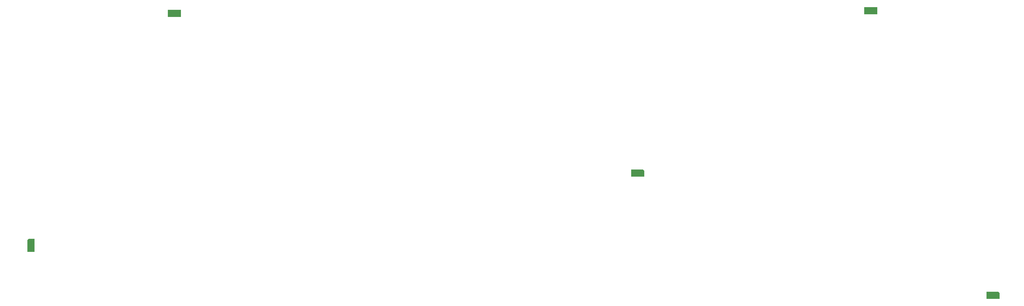
<source format=gbr>
%TF.GenerationSoftware,KiCad,Pcbnew,8.0.8-8.0.8-0~ubuntu24.04.1*%
%TF.CreationDate,2025-08-07T17:00:54-04:00*%
%TF.ProjectId,display_15_in,64697370-6c61-4795-9f31-355f696e2e6b,2*%
%TF.SameCoordinates,Original*%
%TF.FileFunction,Paste,Bot*%
%TF.FilePolarity,Positive*%
%FSLAX46Y46*%
G04 Gerber Fmt 4.6, Leading zero omitted, Abs format (unit mm)*
G04 Created by KiCad (PCBNEW 8.0.8-8.0.8-0~ubuntu24.04.1) date 2025-08-07 17:00:54*
%MOMM*%
%LPD*%
G01*
G04 APERTURE LIST*
G04 Aperture macros list*
%AMOutline5P*
0 Free polygon, 5 corners , with rotation*
0 The origin of the aperture is its center*
0 number of corners: always 5*
0 $1 to $10 corner X, Y*
0 $11 Rotation angle, in degrees counterclockwise*
0 create outline with 5 corners*
4,1,5,$1,$2,$3,$4,$5,$6,$7,$8,$9,$10,$1,$2,$11*%
%AMOutline6P*
0 Free polygon, 6 corners , with rotation*
0 The origin of the aperture is its center*
0 number of corners: always 6*
0 $1 to $12 corner X, Y*
0 $13 Rotation angle, in degrees counterclockwise*
0 create outline with 6 corners*
4,1,6,$1,$2,$3,$4,$5,$6,$7,$8,$9,$10,$11,$12,$1,$2,$13*%
%AMOutline7P*
0 Free polygon, 7 corners , with rotation*
0 The origin of the aperture is its center*
0 number of corners: always 7*
0 $1 to $14 corner X, Y*
0 $15 Rotation angle, in degrees counterclockwise*
0 create outline with 7 corners*
4,1,7,$1,$2,$3,$4,$5,$6,$7,$8,$9,$10,$11,$12,$13,$14,$1,$2,$15*%
%AMOutline8P*
0 Free polygon, 8 corners , with rotation*
0 The origin of the aperture is its center*
0 number of corners: always 8*
0 $1 to $16 corner X, Y*
0 $17 Rotation angle, in degrees counterclockwise*
0 create outline with 8 corners*
4,1,8,$1,$2,$3,$4,$5,$6,$7,$8,$9,$10,$11,$12,$13,$14,$15,$16,$1,$2,$17*%
G04 Aperture macros list end*
%ADD10R,3.800000X2.000000*%
%ADD11Outline5P,-1.900000X1.000000X1.900000X1.000000X1.900000X-1.000000X-1.500000X-1.000000X-1.900000X-0.600000X180.000000*%
%ADD12Outline5P,-1.900000X1.000000X1.900000X1.000000X1.900000X-1.000000X-1.500000X-1.000000X-1.900000X-0.600000X270.000000*%
G04 APERTURE END LIST*
D10*
%TO.C,GND4*%
X307467000Y-100156000D03*
%TD*%
D11*
%TO.C,3V3*%
X241173000Y-146384000D03*
%TD*%
D12*
%TO.C,3V1*%
X68580000Y-167005000D03*
%TD*%
D10*
%TO.C,GND3*%
X109347000Y-100918000D03*
%TD*%
D11*
%TO.C,3V2*%
X342265000Y-181182000D03*
%TD*%
M02*

</source>
